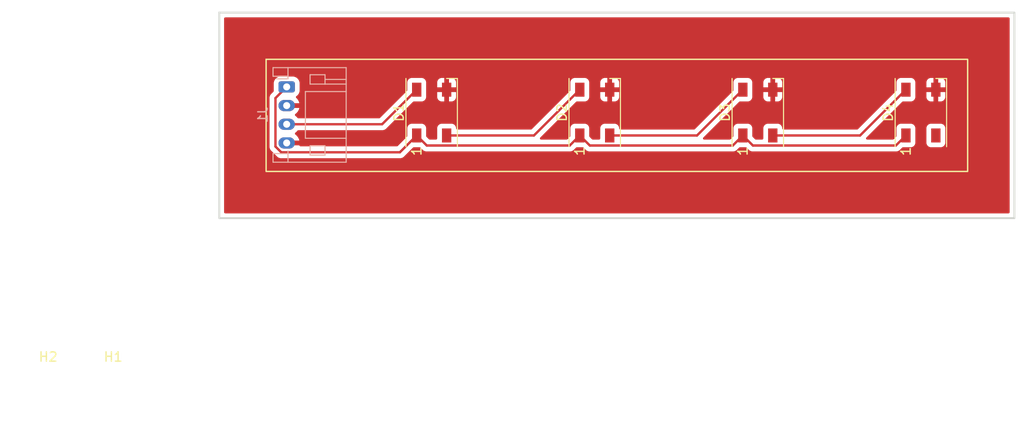
<source format=kicad_pcb>
(kicad_pcb (version 20211014) (generator pcbnew)
  (layers (0 "F.Cu" signal) (31 "B.Cu" signal) (34 "B.Paste" user) (35 "F.Paste" user) (36 "B.SilkS" user "B.Silkscreen") (37 "F.SilkS" user "F.Silkscreen") (38 "B.Mask" user) (39 "F.Mask" user) (44 "Edge.Cuts" user))
  (net 0 "")
  (net 1 "+5V")
  (net 2 "Net-(D1-Pad2)")
  (net 3 "GND")
  (net 4 "Net-(D1-Pad4)")
  (net 5 "Net-(D2-Pad2)")
  (net 6 "Net-(D3-Pad2)")
  (footprint "MountingHole:MountingHole_2.7mm_M2.5" (layer "F.Cu") (at 38.65 90.55)
    (fp_text reference "H1" (at 0 -3.7) (layer "F.SilkS"))
    (fp_text value "MountingHole")
    (pad "" np_thru_hole circle (at 0 0) (size 2.7 2.7) (drill 2.7) (layers *.Cu *.Mask))
  )
  (footprint "MountingHole:MountingHole_2.7mm_M2.5" (layer "F.Cu") (at 31.7 90.55)
    (fp_text reference "H2" (at 0 -3.7) (layer "F.SilkS"))
    (fp_text value "MountingHole")
    (pad "" np_thru_hole circle (at 0 0) (size 2.7 2.7) (drill 2.7) (layers *.Cu *.Mask))
  )
  (footprint "LED_SMD:LED_WS2812B_PLCC4_5.0x5.0mm_P3.2mm" (layer "F.Cu") (at 107.566666 60.7 90)
    (fp_text reference "D3" (at 0 -3.5 90) (layer "F.SilkS"))
    (fp_text value "WS2812B")
    (fp_text user "1" (at -4.15 -1.6 90) (layer "F.SilkS"))
    (fp_line (start 3.65 2.75) (end 3.65 1.6) (layer "F.SilkS") (width 0.12))
    (fp_line (start -3.65 2.75) (end 3.65 2.75) (layer "F.SilkS") (width 0.12))
    (fp_line (start -3.65 -2.75) (end 3.65 -2.75) (layer "F.SilkS") (width 0.12))
    (pad "1" smd rect (at -2.45 -1.6 90) (size 1.5 1) (layers "F.Cu" "F.Paste" "F.Mask") (net 1 "+5V"))
    (pad "2" smd rect (at -2.45 1.6 90) (size 1.5 1) (layers "F.Cu" "F.Paste" "F.Mask") (net 6 "Net-(D3-Pad2)"))
    (pad "3" smd rect (at 2.45 1.6 90) (size 1.5 1) (layers "F.Cu" "F.Paste" "F.Mask") (net 3 "GND"))
    (pad "4" smd rect (at 2.45 -1.6 90) (size 1.5 1) (layers "F.Cu" "F.Paste" "F.Mask") (net 5 "Net-(D2-Pad2)"))
  )
  (footprint "LED_SMD:LED_WS2812B_PLCC4_5.0x5.0mm_P3.2mm" (layer "F.Cu") (at 90.133333 60.7 90)
    (fp_text reference "D2" (at 0 -3.5 90) (layer "F.SilkS"))
    (fp_text value "WS2812B")
    (fp_text user "1" (at -4.15 -1.6 90) (layer "F.SilkS"))
    (fp_line (start -3.65 2.75) (end 3.65 2.75) (layer "F.SilkS") (width 0.12))
    (fp_line (start 3.65 2.75) (end 3.65 1.6) (layer "F.SilkS") (width 0.12))
    (fp_line (start -3.65 -2.75) (end 3.65 -2.75) (layer "F.SilkS") (width 0.12))
    (pad "1" smd rect (at -2.45 -1.6 90) (size 1.5 1) (layers "F.Cu" "F.Paste" "F.Mask") (net 1 "+5V"))
    (pad "2" smd rect (at -2.45 1.6 90) (size 1.5 1) (layers "F.Cu" "F.Paste" "F.Mask") (net 5 "Net-(D2-Pad2)"))
    (pad "3" smd rect (at 2.45 1.6 90) (size 1.5 1) (layers "F.Cu" "F.Paste" "F.Mask") (net 3 "GND"))
    (pad "4" smd rect (at 2.45 -1.6 90) (size 1.5 1) (layers "F.Cu" "F.Paste" "F.Mask") (net 2 "Net-(D1-Pad2)"))
  )
  (footprint "LED_SMD:LED_WS2812B_PLCC4_5.0x5.0mm_P3.2mm" (layer "F.Cu") (at 72.7 60.7 90)
    (fp_text reference "D1" (at 0 -3.5 90) (layer "F.SilkS"))
    (fp_text value "WS2812B")
    (fp_text user "1" (at -4.15 -1.6 90) (layer "F.SilkS"))
    (fp_line (start 3.65 2.75) (end 3.65 1.6) (layer "F.SilkS") (width 0.12))
    (fp_line (start -3.65 2.75) (end 3.65 2.75) (layer "F.SilkS") (width 0.12))
    (fp_line (start -3.65 -2.75) (end 3.65 -2.75) (layer "F.SilkS") (width 0.12))
    (pad "1" smd rect (at -2.45 -1.6 90) (size 1.5 1) (layers "F.Cu" "F.Paste" "F.Mask") (net 1 "+5V"))
    (pad "2" smd rect (at -2.45 1.6 90) (size 1.5 1) (layers "F.Cu" "F.Paste" "F.Mask") (net 2 "Net-(D1-Pad2)"))
    (pad "3" smd rect (at 2.45 1.6 90) (size 1.5 1) (layers "F.Cu" "F.Paste" "F.Mask") (net 3 "GND"))
    (pad "4" smd rect (at 2.45 -1.6 90) (size 1.5 1) (layers "F.Cu" "F.Paste" "F.Mask") (net 4 "Net-(D1-Pad4)"))
  )
  (footprint "LED_SMD:LED_WS2812B_PLCC4_5.0x5.0mm_P3.2mm" (layer "F.Cu") (at 125 60.7 90)
    (fp_text reference "D4" (at 0 -3.5 90) (layer "F.SilkS"))
    (fp_text value "WS2812B")
    (fp_text user "1" (at -4.15 -1.6 90) (layer "F.SilkS"))
    (fp_line (start -3.65 2.75) (end 3.65 2.75) (layer "F.SilkS") (width 0.12))
    (fp_line (start 3.65 2.75) (end 3.65 1.6) (layer "F.SilkS") (width 0.12))
    (fp_line (start -3.65 -2.75) (end 3.65 -2.75) (layer "F.SilkS") (width 0.12))
    (pad "1" smd rect (at -2.45 -1.6 90) (size 1.5 1) (layers "F.Cu" "F.Paste" "F.Mask") (net 1 "+5V"))
    (pad "2" smd rect (at -2.45 1.6 90) (size 1.5 1) (layers "F.Cu" "F.Paste" "F.Mask"))
    (pad "3" smd rect (at 2.45 1.6 90) (size 1.5 1) (layers "F.Cu" "F.Paste" "F.Mask") (net 3 "GND"))
    (pad "4" smd rect (at 2.45 -1.6 90) (size 1.5 1) (layers "F.Cu" "F.Paste" "F.Mask") (net 6 "Net-(D3-Pad2)"))
  )
  (footprint "Connector_JST:JST_PH_S4B-PH-K_1x04_P2.00mm_Horizontal" (layer "B.Cu") (at 57.2 57.95 -90)
    (fp_text reference "J1" (at 3 2.55 90) (layer "B.SilkS") (effects (justify mirror)))
    (fp_text value "Conn_01x04_Male")
    (fp_line (start -0.3 -4.1) (end -0.3 -6.36) (layer "B.SilkS") (width 0.12))
    (fp_line (start -1.3 -4.1) (end -0.3 -4.1) (layer "B.SilkS") (width 0.12))
    (fp_line (start -2.06 1.46) (end -2.06 -6.36) (layer "B.SilkS") (width 0.12))
    (fp_line (start -2.06 -0.14) (end -1.14 -0.14) (layer "B.SilkS") (width 0.12))
    (fp_line (start 7.3 -2.5) (end 7.3 -4.1) (layer "B.SilkS") (width 0.12))
    (fp_line (start 7.14 1.46) (end 7.14 -0.14) (layer "B.SilkS") (width 0.12))
    (fp_line (start -0.8 -4.1) (end -0.8 -6.36) (layer "B.SilkS") (width 0.12))
    (fp_line (start 6.3 -2.5) (end 7.3 -2.5) (layer "B.SilkS") (width 0.12))
    (fp_line (start -0.3 -4.1) (end -0.3 -2.5) (layer "B.SilkS") (width 0.12))
    (fp_line (start 0.5 -6.36) (end 0.5 -2) (layer "B.SilkS") (width 0.12))
    (fp_line (start -1.14 -0.14) (end -1.14 1.46) (layer "B.SilkS") (width 0.12))
    (fp_line (start 7.3 -4.1) (end 6.3 -4.1) (layer "B.SilkS") (width 0.12))
    (fp_line (start 7.14 -0.14) (end 6.86 -0.14) (layer "B.SilkS") (width 0.12))
    (fp_line (start -0.3 -2.5) (end -1.3 -2.5) (layer "B.SilkS") (width 0.12))
    (fp_line (start -1.14 1.46) (end -2.06 1.46) (layer "B.SilkS") (width 0.12))
    (fp_line (start -0.86 -0.14) (end -1.14 -0.14) (layer "B.SilkS") (width 0.12))
    (fp_line (start 8.06 -6.36) (end 8.06 1.46) (layer "B.SilkS") (width 0.12))
    (fp_line (start 6.3 -4.1) (end 6.3 -2.5) (layer "B.SilkS") (width 0.12))
    (fp_line (start -1.3 -2.5) (end -1.3 -4.1) (layer "B.SilkS") (width 0.12))
    (fp_line (start -0.86 -0.14) (end -0.86 1.075) (layer "B.SilkS") (width 0.12))
    (fp_line (start -2.06 -6.36) (end 8.06 -6.36) (layer "B.SilkS") (width 0.12))
    (fp_line (start 8.06 -0.14) (end 7.14 -0.14) (layer "B.SilkS") (width 0.12))
    (fp_line (start 8.06 1.46) (end 7.14 1.46) (layer "B.SilkS") (width 0.12))
    (fp_line (start 5.5 -2) (end 5.5 -6.36) (layer "B.SilkS") (width 0.12))
    (fp_line (start 0.5 -2) (end 5.5 -2) (layer "B.SilkS") (width 0.12))
    (pad "1" thru_hole roundrect (at 0 0 270) (size 1.2 1.75) (drill 0.75) (layers *.Cu *.Mask) (roundrect_rratio 0.208333) (net 1 "+5V"))
    (pad "2" thru_hole oval (at 2 0 270) (size 1.2 1.75) (drill 0.75) (layers *.Cu *.Mask) (net 3 "GND"))
    (pad "3" thru_hole oval (at 4 0 270) (size 1.2 1.75) (drill 0.75) (layers *.Cu *.Mask) (net 4 "Net-(D1-Pad4)"))
    (pad "4" thru_hole oval (at 6 0 270) (size 1.2 1.75) (drill 0.75) (layers *.Cu *.Mask) (net 3 "GND"))
  )
  (gr_rect (start 55 55) (end 130 67) (layer "F.SilkS") (width 0.15) (fill none))
  (gr_rect (start 50 50) (end 135 72) (layer "Edge.Cuts") (width 0.2) (fill none))
  (segment (start 105.966666 63.15) (end 107.041177 64.224511) (width 0.25) (layer "F.Cu") (net 1))
  (segment (start 71.1 63.15) (end 72.174511 64.224511) (width 0.25) (layer "F.Cu") (net 1))
  (segment (start 104.892155 64.224511) (end 105.966666 63.15) (width 0.25) (layer "F.Cu") (net 1))
  (segment (start 69.3 64.95) (end 71.1 63.15) (width 0.25) (layer "F.Cu") (net 1))
  (segment (start 122.325489 64.224511) (end 123.4 63.15) (width 0.25) (layer "F.Cu") (net 1))
  (segment (start 56.00048 59.14952) (end 56.00048 64.332948) (width 0.25) (layer "F.Cu") (net 1))
  (segment (start 72.174511 64.224511) (end 87.458822 64.224511) (width 0.25) (layer "F.Cu") (net 1))
  (segment (start 57.2 57.95) (end 56.00048 59.14952) (width 0.25) (layer "F.Cu") (net 1))
  (segment (start 56.617532 64.95) (end 69.3 64.95) (width 0.25) (layer "F.Cu") (net 1))
  (segment (start 107.041177 64.224511) (end 122.325489 64.224511) (width 0.25) (layer "F.Cu") (net 1))
  (segment (start 87.458822 64.224511) (end 88.533333 63.15) (width 0.25) (layer "F.Cu") (net 1))
  (segment (start 56.00048 64.332948) (end 56.617532 64.95) (width 0.25) (layer "F.Cu") (net 1))
  (segment (start 88.533333 63.15) (end 89.607844 64.224511) (width 0.25) (layer "F.Cu") (net 1))
  (segment (start 89.607844 64.224511) (end 104.892155 64.224511) (width 0.25) (layer "F.Cu") (net 1))
  (segment (start 74.3 63.15) (end 83.633333 63.15) (width 0.25) (layer "F.Cu") (net 2))
  (segment (start 83.633333 63.15) (end 88.533333 58.25) (width 0.25) (layer "F.Cu") (net 2))
  (segment (start 67.4 61.95) (end 71.1 58.25) (width 0.25) (layer "F.Cu") (net 4))
  (segment (start 57.2 61.95) (end 67.4 61.95) (width 0.25) (layer "F.Cu") (net 4))
  (segment (start 101.066666 63.15) (end 105.966666 58.25) (width 0.25) (layer "F.Cu") (net 5))
  (segment (start 91.733333 63.15) (end 101.066666 63.15) (width 0.25) (layer "F.Cu") (net 5))
  (segment (start 109.166666 63.15) (end 118.5 63.15) (width 0.25) (layer "F.Cu") (net 6))
  (segment (start 118.5 63.15) (end 123.4 58.25) (width 0.25) (layer "F.Cu") (net 6))
  (zone (net 3) (net_name "GND") (layer "F.Cu") (connect_pads (clearance 0.508)) (min_thickness 0.254) (fill yes (thermal_gap 0.508) (thermal_bridge_width 0.508))
    (polygon (pts (xy 136.05 73.5) (xy 48.95 73.55) (xy 49 48.65) (xy 136 48.65)))
  )
)
</source>
